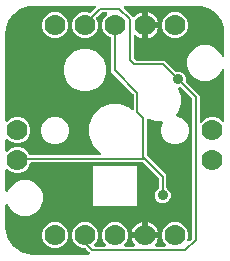
<source format=gbr>
G04 EAGLE Gerber RS-274X export*
G75*
%MOMM*%
%FSLAX34Y34*%
%LPD*%
%INBottom Copper*%
%IPPOS*%
%AMOC8*
5,1,8,0,0,1.08239X$1,22.5*%
G01*
%ADD10C,1.778000*%
%ADD11C,0.906400*%
%ADD12C,0.203200*%

G36*
X72771Y-10142D02*
X72771Y-10142D01*
X72910Y-10129D01*
X72929Y-10122D01*
X72949Y-10119D01*
X73079Y-10068D01*
X73209Y-10021D01*
X73226Y-10010D01*
X73245Y-10002D01*
X73357Y-9921D01*
X73472Y-9843D01*
X73486Y-9827D01*
X73502Y-9816D01*
X73591Y-9708D01*
X73683Y-9604D01*
X73692Y-9586D01*
X73705Y-9571D01*
X73764Y-9445D01*
X73827Y-9321D01*
X73832Y-9301D01*
X73840Y-9283D01*
X73866Y-9146D01*
X73897Y-9011D01*
X73896Y-8990D01*
X73900Y-8971D01*
X73892Y-8832D01*
X73887Y-8693D01*
X73882Y-8673D01*
X73880Y-8653D01*
X73838Y-8521D01*
X73799Y-8387D01*
X73789Y-8370D01*
X73782Y-8351D01*
X73708Y-8233D01*
X73637Y-8113D01*
X73619Y-8092D01*
X73612Y-8082D01*
X73597Y-8068D01*
X73531Y-7993D01*
X72780Y-7241D01*
X70483Y-4944D01*
X70405Y-4884D01*
X70333Y-4816D01*
X70280Y-4787D01*
X70232Y-4750D01*
X70141Y-4710D01*
X70054Y-4662D01*
X69995Y-4647D01*
X69940Y-4623D01*
X69842Y-4608D01*
X69746Y-4583D01*
X69646Y-4577D01*
X69626Y-4573D01*
X69613Y-4575D01*
X69585Y-4573D01*
X67677Y-4573D01*
X63663Y-2910D01*
X60590Y163D01*
X58927Y4177D01*
X58927Y8523D01*
X60590Y12537D01*
X63663Y15610D01*
X67677Y17273D01*
X72023Y17273D01*
X76037Y15610D01*
X79110Y12537D01*
X80773Y8523D01*
X80773Y4177D01*
X79110Y163D01*
X77813Y-1135D01*
X77727Y-1244D01*
X77639Y-1351D01*
X77630Y-1370D01*
X77618Y-1386D01*
X77562Y-1513D01*
X77503Y-1639D01*
X77499Y-1659D01*
X77491Y-1678D01*
X77469Y-1816D01*
X77443Y-1952D01*
X77445Y-1972D01*
X77441Y-1992D01*
X77454Y-2131D01*
X77463Y-2269D01*
X77469Y-2288D01*
X77471Y-2308D01*
X77518Y-2440D01*
X77561Y-2571D01*
X77572Y-2589D01*
X77579Y-2608D01*
X77657Y-2723D01*
X77731Y-2840D01*
X77746Y-2854D01*
X77757Y-2871D01*
X77862Y-2963D01*
X77963Y-3058D01*
X77981Y-3068D01*
X77996Y-3081D01*
X78120Y-3145D01*
X78241Y-3212D01*
X78261Y-3217D01*
X78279Y-3226D01*
X78415Y-3256D01*
X78549Y-3291D01*
X78577Y-3293D01*
X78589Y-3296D01*
X78610Y-3295D01*
X78710Y-3301D01*
X86390Y-3301D01*
X86528Y-3284D01*
X86666Y-3271D01*
X86685Y-3264D01*
X86706Y-3261D01*
X86835Y-3210D01*
X86966Y-3163D01*
X86982Y-3152D01*
X87001Y-3144D01*
X87113Y-3063D01*
X87229Y-2985D01*
X87242Y-2969D01*
X87259Y-2958D01*
X87347Y-2850D01*
X87439Y-2746D01*
X87448Y-2728D01*
X87461Y-2713D01*
X87521Y-2587D01*
X87584Y-2463D01*
X87588Y-2443D01*
X87597Y-2425D01*
X87623Y-2288D01*
X87653Y-2153D01*
X87653Y-2132D01*
X87657Y-2113D01*
X87648Y-1974D01*
X87644Y-1835D01*
X87638Y-1815D01*
X87637Y-1795D01*
X87594Y-1663D01*
X87555Y-1529D01*
X87545Y-1512D01*
X87539Y-1493D01*
X87464Y-1375D01*
X87394Y-1255D01*
X87375Y-1234D01*
X87369Y-1224D01*
X87354Y-1210D01*
X87287Y-1135D01*
X85990Y163D01*
X84327Y4177D01*
X84327Y8523D01*
X85990Y12537D01*
X89063Y15610D01*
X93077Y17273D01*
X97423Y17273D01*
X101437Y15610D01*
X104510Y12537D01*
X106173Y8523D01*
X106173Y4177D01*
X104510Y163D01*
X103213Y-1135D01*
X103127Y-1244D01*
X103039Y-1351D01*
X103030Y-1370D01*
X103018Y-1386D01*
X102962Y-1513D01*
X102903Y-1639D01*
X102899Y-1659D01*
X102891Y-1678D01*
X102869Y-1816D01*
X102843Y-1952D01*
X102845Y-1972D01*
X102841Y-1992D01*
X102854Y-2131D01*
X102863Y-2269D01*
X102869Y-2288D01*
X102871Y-2308D01*
X102918Y-2440D01*
X102961Y-2571D01*
X102972Y-2589D01*
X102979Y-2608D01*
X103057Y-2723D01*
X103131Y-2840D01*
X103146Y-2854D01*
X103157Y-2871D01*
X103262Y-2963D01*
X103363Y-3058D01*
X103381Y-3068D01*
X103396Y-3081D01*
X103520Y-3145D01*
X103641Y-3212D01*
X103661Y-3217D01*
X103679Y-3226D01*
X103815Y-3256D01*
X103949Y-3291D01*
X103977Y-3293D01*
X103989Y-3296D01*
X104010Y-3295D01*
X104110Y-3301D01*
X111072Y-3301D01*
X111210Y-3284D01*
X111348Y-3271D01*
X111367Y-3264D01*
X111387Y-3261D01*
X111517Y-3210D01*
X111647Y-3163D01*
X111664Y-3152D01*
X111683Y-3144D01*
X111795Y-3063D01*
X111910Y-2985D01*
X111924Y-2969D01*
X111940Y-2958D01*
X112029Y-2850D01*
X112121Y-2746D01*
X112130Y-2728D01*
X112143Y-2713D01*
X112202Y-2587D01*
X112265Y-2463D01*
X112270Y-2443D01*
X112278Y-2425D01*
X112305Y-2289D01*
X112335Y-2152D01*
X112334Y-2132D01*
X112338Y-2113D01*
X112330Y-1974D01*
X112325Y-1835D01*
X112320Y-1815D01*
X112318Y-1795D01*
X112276Y-1663D01*
X112237Y-1529D01*
X112227Y-1512D01*
X112220Y-1493D01*
X112146Y-1375D01*
X112075Y-1255D01*
X112057Y-1234D01*
X112050Y-1224D01*
X112035Y-1210D01*
X111969Y-1134D01*
X111931Y-1097D01*
X110873Y359D01*
X110057Y1962D01*
X109501Y3673D01*
X109473Y3851D01*
X119420Y3851D01*
X119538Y3866D01*
X119657Y3873D01*
X119695Y3885D01*
X119735Y3891D01*
X119846Y3934D01*
X119959Y3971D01*
X119993Y3993D01*
X120031Y4008D01*
X120127Y4077D01*
X120228Y4141D01*
X120256Y4171D01*
X120288Y4194D01*
X120364Y4286D01*
X120446Y4373D01*
X120465Y4408D01*
X120491Y4439D01*
X120542Y4547D01*
X120599Y4651D01*
X120609Y4691D01*
X120627Y4727D01*
X120647Y4834D01*
X120651Y4804D01*
X120695Y4694D01*
X120731Y4581D01*
X120753Y4546D01*
X120768Y4509D01*
X120838Y4412D01*
X120901Y4312D01*
X120931Y4284D01*
X120955Y4251D01*
X121046Y4175D01*
X121133Y4094D01*
X121168Y4074D01*
X121200Y4049D01*
X121307Y3998D01*
X121412Y3940D01*
X121451Y3930D01*
X121487Y3913D01*
X121604Y3891D01*
X121720Y3861D01*
X121780Y3857D01*
X121800Y3853D01*
X121820Y3855D01*
X121880Y3851D01*
X131827Y3851D01*
X131799Y3673D01*
X131243Y1962D01*
X130427Y359D01*
X129369Y-1097D01*
X129331Y-1134D01*
X129246Y-1244D01*
X129157Y-1351D01*
X129148Y-1370D01*
X129136Y-1386D01*
X129081Y-1514D01*
X129022Y-1639D01*
X129018Y-1659D01*
X129010Y-1677D01*
X128988Y-1815D01*
X128962Y-1952D01*
X128963Y-1972D01*
X128960Y-1992D01*
X128973Y-2130D01*
X128982Y-2269D01*
X128988Y-2288D01*
X128990Y-2308D01*
X129037Y-2440D01*
X129080Y-2571D01*
X129090Y-2588D01*
X129097Y-2607D01*
X129175Y-2723D01*
X129250Y-2840D01*
X129264Y-2854D01*
X129276Y-2871D01*
X129380Y-2962D01*
X129481Y-3058D01*
X129499Y-3068D01*
X129514Y-3081D01*
X129638Y-3144D01*
X129760Y-3212D01*
X129779Y-3217D01*
X129797Y-3226D01*
X129933Y-3256D01*
X130068Y-3291D01*
X130096Y-3293D01*
X130108Y-3296D01*
X130128Y-3295D01*
X130228Y-3301D01*
X137190Y-3301D01*
X137328Y-3284D01*
X137466Y-3271D01*
X137485Y-3264D01*
X137506Y-3261D01*
X137635Y-3210D01*
X137766Y-3163D01*
X137782Y-3152D01*
X137801Y-3144D01*
X137913Y-3063D01*
X138029Y-2985D01*
X138042Y-2969D01*
X138059Y-2958D01*
X138147Y-2850D01*
X138239Y-2746D01*
X138248Y-2728D01*
X138261Y-2713D01*
X138321Y-2587D01*
X138384Y-2463D01*
X138388Y-2443D01*
X138397Y-2425D01*
X138423Y-2288D01*
X138453Y-2153D01*
X138453Y-2132D01*
X138457Y-2113D01*
X138448Y-1974D01*
X138444Y-1835D01*
X138438Y-1815D01*
X138437Y-1795D01*
X138394Y-1663D01*
X138355Y-1529D01*
X138345Y-1512D01*
X138339Y-1493D01*
X138264Y-1375D01*
X138194Y-1255D01*
X138175Y-1234D01*
X138169Y-1224D01*
X138154Y-1210D01*
X138087Y-1135D01*
X136790Y163D01*
X135127Y4177D01*
X135127Y8523D01*
X136790Y12537D01*
X139863Y15610D01*
X143877Y17273D01*
X148223Y17273D01*
X152237Y15610D01*
X155310Y12537D01*
X156973Y8523D01*
X156973Y4177D01*
X156457Y2932D01*
X156438Y2864D01*
X156411Y2800D01*
X156396Y2711D01*
X156373Y2625D01*
X156372Y2555D01*
X156361Y2486D01*
X156369Y2397D01*
X156368Y2307D01*
X156384Y2239D01*
X156391Y2170D01*
X156421Y2085D01*
X156442Y1998D01*
X156475Y1936D01*
X156498Y1870D01*
X156549Y1796D01*
X156591Y1717D01*
X156638Y1665D01*
X156677Y1607D01*
X156744Y1548D01*
X156805Y1481D01*
X156863Y1443D01*
X156915Y1397D01*
X156995Y1356D01*
X157070Y1306D01*
X157136Y1284D01*
X157198Y1252D01*
X157286Y1232D01*
X157371Y1203D01*
X157441Y1198D01*
X157509Y1182D01*
X157598Y1185D01*
X157688Y1178D01*
X157757Y1190D01*
X157827Y1192D01*
X157913Y1217D01*
X158001Y1232D01*
X158065Y1261D01*
X158132Y1280D01*
X158209Y1326D01*
X158291Y1363D01*
X158346Y1407D01*
X158406Y1442D01*
X158527Y1548D01*
X160410Y3431D01*
X160470Y3509D01*
X160538Y3581D01*
X160567Y3634D01*
X160604Y3682D01*
X160644Y3773D01*
X160692Y3860D01*
X160707Y3919D01*
X160731Y3974D01*
X160746Y4072D01*
X160771Y4168D01*
X160777Y4268D01*
X160781Y4288D01*
X160779Y4301D01*
X160781Y4329D01*
X160781Y121401D01*
X160769Y121500D01*
X160766Y121599D01*
X160749Y121657D01*
X160741Y121717D01*
X160705Y121809D01*
X160677Y121904D01*
X160647Y121956D01*
X160624Y122013D01*
X160566Y122093D01*
X160516Y122178D01*
X160450Y122253D01*
X160438Y122270D01*
X160428Y122278D01*
X160410Y122299D01*
X151165Y131543D01*
X151142Y131561D01*
X151123Y131584D01*
X151017Y131658D01*
X150914Y131738D01*
X150887Y131750D01*
X150863Y131767D01*
X150742Y131813D01*
X150622Y131864D01*
X150593Y131869D01*
X150566Y131879D01*
X150437Y131894D01*
X150308Y131914D01*
X150279Y131911D01*
X150249Y131915D01*
X150121Y131897D01*
X149992Y131884D01*
X149964Y131874D01*
X149935Y131870D01*
X149912Y131863D01*
X149884Y131859D01*
X149835Y131861D01*
X149727Y131839D01*
X149618Y131825D01*
X149572Y131807D01*
X149523Y131797D01*
X149424Y131749D01*
X149322Y131708D01*
X149282Y131679D01*
X149238Y131657D01*
X149154Y131586D01*
X149065Y131522D01*
X149033Y131483D01*
X148996Y131451D01*
X148932Y131361D01*
X148862Y131277D01*
X148841Y131232D01*
X148813Y131191D01*
X148773Y131088D01*
X148727Y130989D01*
X148717Y130940D01*
X148700Y130894D01*
X148688Y130784D01*
X148667Y130677D01*
X148670Y130627D01*
X148665Y130578D01*
X148680Y130469D01*
X148687Y130359D01*
X148702Y130312D01*
X148709Y130263D01*
X148761Y130110D01*
X151208Y124202D01*
X151208Y117098D01*
X148490Y110534D01*
X146980Y109025D01*
X146895Y108915D01*
X146806Y108808D01*
X146798Y108790D01*
X146785Y108774D01*
X146730Y108646D01*
X146671Y108520D01*
X146667Y108501D01*
X146659Y108482D01*
X146637Y108344D01*
X146611Y108208D01*
X146612Y108188D01*
X146609Y108168D01*
X146622Y108029D01*
X146631Y107891D01*
X146637Y107871D01*
X146639Y107851D01*
X146686Y107720D01*
X146729Y107588D01*
X146740Y107571D01*
X146747Y107552D01*
X146825Y107437D01*
X146899Y107319D01*
X146914Y107305D01*
X146925Y107289D01*
X147029Y107197D01*
X147131Y107101D01*
X147148Y107092D01*
X147164Y107078D01*
X147288Y107015D01*
X147409Y106948D01*
X147429Y106943D01*
X147447Y106934D01*
X147583Y106903D01*
X147717Y106868D01*
X147745Y106867D01*
X147757Y106864D01*
X147778Y106865D01*
X147878Y106858D01*
X148359Y106858D01*
X152626Y105091D01*
X155891Y101826D01*
X157658Y97559D01*
X157658Y92941D01*
X155891Y88674D01*
X152626Y85409D01*
X148359Y83642D01*
X143741Y83642D01*
X139474Y85409D01*
X136209Y88674D01*
X134442Y92941D01*
X134442Y97559D01*
X135882Y101037D01*
X135895Y101085D01*
X135917Y101130D01*
X135937Y101237D01*
X135966Y101344D01*
X135967Y101393D01*
X135976Y101442D01*
X135970Y101552D01*
X135971Y101662D01*
X135960Y101710D01*
X135957Y101759D01*
X135923Y101864D01*
X135897Y101971D01*
X135874Y102015D01*
X135859Y102062D01*
X135800Y102155D01*
X135748Y102252D01*
X135715Y102289D01*
X135688Y102331D01*
X135608Y102406D01*
X135534Y102487D01*
X135493Y102515D01*
X135457Y102549D01*
X135361Y102602D01*
X135269Y102662D01*
X135222Y102678D01*
X135178Y102702D01*
X135072Y102730D01*
X134968Y102765D01*
X134918Y102769D01*
X134870Y102782D01*
X134710Y102792D01*
X129798Y102792D01*
X124184Y105117D01*
X124136Y105130D01*
X124091Y105151D01*
X123983Y105172D01*
X123877Y105201D01*
X123827Y105202D01*
X123778Y105211D01*
X123669Y105204D01*
X123559Y105206D01*
X123511Y105195D01*
X123461Y105192D01*
X123357Y105158D01*
X123250Y105132D01*
X123206Y105109D01*
X123159Y105093D01*
X123066Y105035D01*
X122969Y104983D01*
X122932Y104950D01*
X122890Y104923D01*
X122815Y104843D01*
X122733Y104769D01*
X122706Y104728D01*
X122672Y104692D01*
X122619Y104596D01*
X122559Y104504D01*
X122542Y104457D01*
X122518Y104413D01*
X122491Y104307D01*
X122455Y104203D01*
X122451Y104153D01*
X122439Y104105D01*
X122429Y103945D01*
X122429Y74179D01*
X122441Y74080D01*
X122444Y73981D01*
X122461Y73923D01*
X122469Y73863D01*
X122505Y73771D01*
X122533Y73676D01*
X122563Y73624D01*
X122586Y73567D01*
X122644Y73487D01*
X122694Y73402D01*
X122760Y73327D01*
X122772Y73310D01*
X122782Y73302D01*
X122800Y73281D01*
X138805Y57277D01*
X138805Y46738D01*
X138808Y46709D01*
X138806Y46679D01*
X138828Y46552D01*
X138845Y46423D01*
X138855Y46395D01*
X138861Y46366D01*
X138914Y46248D01*
X138962Y46127D01*
X138979Y46103D01*
X138991Y46076D01*
X139072Y45975D01*
X139148Y45870D01*
X139171Y45851D01*
X139190Y45828D01*
X139293Y45750D01*
X139393Y45667D01*
X139420Y45654D01*
X139444Y45636D01*
X139458Y45630D01*
X141321Y43766D01*
X142321Y41353D01*
X142321Y38742D01*
X141321Y36329D01*
X139475Y34482D01*
X137062Y33483D01*
X134450Y33483D01*
X132037Y34482D01*
X130191Y36329D01*
X129191Y38742D01*
X129191Y41353D01*
X130191Y43766D01*
X132077Y45652D01*
X132087Y45659D01*
X132200Y45723D01*
X132221Y45744D01*
X132246Y45759D01*
X132335Y45854D01*
X132428Y45944D01*
X132444Y45970D01*
X132464Y45991D01*
X132527Y46105D01*
X132595Y46215D01*
X132603Y46244D01*
X132618Y46270D01*
X132650Y46395D01*
X132688Y46519D01*
X132690Y46549D01*
X132697Y46578D01*
X132707Y46738D01*
X132707Y54225D01*
X132695Y54324D01*
X132692Y54423D01*
X132675Y54481D01*
X132667Y54541D01*
X132631Y54633D01*
X132603Y54728D01*
X132573Y54780D01*
X132550Y54837D01*
X132492Y54917D01*
X132442Y55002D01*
X132376Y55077D01*
X132364Y55094D01*
X132354Y55102D01*
X132336Y55123D01*
X119759Y67700D01*
X119681Y67760D01*
X119609Y67828D01*
X119556Y67857D01*
X119508Y67894D01*
X119417Y67934D01*
X119330Y67982D01*
X119271Y67997D01*
X119216Y68021D01*
X119118Y68036D01*
X119022Y68061D01*
X118922Y68067D01*
X118902Y68071D01*
X118889Y68069D01*
X118861Y68071D01*
X24634Y68071D01*
X24605Y68068D01*
X24575Y68070D01*
X24447Y68048D01*
X24318Y68031D01*
X24291Y68021D01*
X24262Y68016D01*
X24143Y67962D01*
X24023Y67914D01*
X23999Y67897D01*
X23972Y67885D01*
X23871Y67804D01*
X23765Y67728D01*
X23747Y67705D01*
X23724Y67686D01*
X23645Y67583D01*
X23563Y67483D01*
X23550Y67456D01*
X23532Y67432D01*
X23461Y67288D01*
X21960Y63663D01*
X18887Y60590D01*
X14873Y58927D01*
X10527Y58927D01*
X6513Y60590D01*
X4707Y62395D01*
X4598Y62481D01*
X4491Y62569D01*
X4472Y62578D01*
X4456Y62590D01*
X4328Y62646D01*
X4203Y62705D01*
X4183Y62709D01*
X4164Y62717D01*
X4026Y62739D01*
X3890Y62765D01*
X3870Y62763D01*
X3850Y62767D01*
X3711Y62754D01*
X3573Y62745D01*
X3554Y62739D01*
X3534Y62737D01*
X3402Y62690D01*
X3271Y62647D01*
X3253Y62636D01*
X3234Y62629D01*
X3119Y62551D01*
X3002Y62477D01*
X2988Y62462D01*
X2971Y62451D01*
X2879Y62346D01*
X2784Y62245D01*
X2774Y62227D01*
X2761Y62212D01*
X2697Y62088D01*
X2630Y61967D01*
X2625Y61947D01*
X2616Y61929D01*
X2586Y61793D01*
X2551Y61659D01*
X2549Y61631D01*
X2546Y61619D01*
X2547Y61598D01*
X2541Y61498D01*
X2541Y44450D01*
X2549Y44381D01*
X2548Y44311D01*
X2569Y44224D01*
X2581Y44134D01*
X2606Y44069D01*
X2623Y44002D01*
X2665Y43922D01*
X2698Y43839D01*
X2739Y43782D01*
X2771Y43721D01*
X2832Y43654D01*
X2884Y43581D01*
X2938Y43537D01*
X2985Y43485D01*
X3060Y43436D01*
X3129Y43379D01*
X3193Y43349D01*
X3251Y43310D01*
X3336Y43281D01*
X3417Y43243D01*
X3486Y43230D01*
X3552Y43207D01*
X3641Y43200D01*
X3729Y43183D01*
X3799Y43188D01*
X3869Y43182D01*
X3957Y43197D01*
X4047Y43203D01*
X4113Y43224D01*
X4182Y43236D01*
X4264Y43273D01*
X4349Y43301D01*
X4408Y43338D01*
X4472Y43367D01*
X4542Y43423D01*
X4618Y43471D01*
X4666Y43522D01*
X4720Y43566D01*
X4775Y43637D01*
X4836Y43703D01*
X4870Y43764D01*
X4912Y43820D01*
X4983Y43964D01*
X6130Y46733D01*
X10417Y51020D01*
X16018Y53341D01*
X22082Y53341D01*
X27683Y51020D01*
X31970Y46733D01*
X34291Y41132D01*
X34291Y35068D01*
X31970Y29467D01*
X27683Y25180D01*
X22082Y22859D01*
X16018Y22859D01*
X10417Y25180D01*
X6130Y29467D01*
X4983Y32236D01*
X4973Y32253D01*
X4969Y32265D01*
X4946Y32301D01*
X4922Y32361D01*
X4870Y32434D01*
X4825Y32512D01*
X4777Y32562D01*
X4736Y32619D01*
X4666Y32676D01*
X4604Y32740D01*
X4544Y32777D01*
X4491Y32821D01*
X4409Y32860D01*
X4333Y32907D01*
X4266Y32927D01*
X4203Y32957D01*
X4115Y32974D01*
X4029Y33000D01*
X3959Y33004D01*
X3890Y33017D01*
X3801Y33011D01*
X3711Y33015D01*
X3643Y33001D01*
X3573Y32997D01*
X3488Y32969D01*
X3400Y32951D01*
X3337Y32920D01*
X3271Y32899D01*
X3195Y32851D01*
X3114Y32811D01*
X3061Y32766D01*
X3002Y32729D01*
X2940Y32663D01*
X2872Y32605D01*
X2832Y32548D01*
X2784Y32497D01*
X2741Y32419D01*
X2689Y32345D01*
X2664Y32280D01*
X2630Y32219D01*
X2608Y32132D01*
X2576Y32048D01*
X2568Y31978D01*
X2551Y31911D01*
X2545Y31815D01*
X2543Y31807D01*
X2544Y31798D01*
X2541Y31750D01*
X2541Y12700D01*
X2543Y12678D01*
X2545Y12600D01*
X2810Y9223D01*
X2824Y9155D01*
X2829Y9086D01*
X2869Y8930D01*
X4956Y2506D01*
X5006Y2399D01*
X5050Y2288D01*
X5083Y2237D01*
X5091Y2218D01*
X5104Y2203D01*
X5136Y2152D01*
X9107Y-3312D01*
X9127Y-3334D01*
X9138Y-3352D01*
X9184Y-3395D01*
X9188Y-3399D01*
X9264Y-3491D01*
X9310Y-3529D01*
X9324Y-3544D01*
X9342Y-3555D01*
X9388Y-3593D01*
X14596Y-7378D01*
X14852Y-7564D01*
X14956Y-7621D01*
X15056Y-7685D01*
X15113Y-7707D01*
X15131Y-7717D01*
X15151Y-7722D01*
X15206Y-7744D01*
X21630Y-9831D01*
X21698Y-9844D01*
X21764Y-9867D01*
X21923Y-9890D01*
X25300Y-10155D01*
X25322Y-10154D01*
X25400Y-10159D01*
X72633Y-10159D01*
X72771Y-10142D01*
G37*
G36*
X82238Y74177D02*
X82238Y74177D01*
X82308Y74176D01*
X82395Y74197D01*
X82484Y74209D01*
X82549Y74234D01*
X82617Y74251D01*
X82697Y74293D01*
X82780Y74326D01*
X82836Y74367D01*
X82898Y74399D01*
X82964Y74460D01*
X83037Y74512D01*
X83082Y74566D01*
X83133Y74613D01*
X83183Y74688D01*
X83240Y74757D01*
X83270Y74821D01*
X83308Y74879D01*
X83337Y74964D01*
X83375Y75045D01*
X83389Y75114D01*
X83411Y75180D01*
X83418Y75270D01*
X83435Y75357D01*
X83431Y75427D01*
X83436Y75497D01*
X83421Y75585D01*
X83415Y75675D01*
X83394Y75741D01*
X83382Y75810D01*
X83345Y75892D01*
X83317Y75977D01*
X83280Y76036D01*
X83251Y76100D01*
X83195Y76170D01*
X83147Y76246D01*
X83096Y76294D01*
X83053Y76349D01*
X82981Y76402D01*
X82916Y76464D01*
X82854Y76498D01*
X82799Y76540D01*
X82781Y76548D01*
X76565Y82765D01*
X73209Y90866D01*
X73209Y99634D01*
X76565Y107735D01*
X82765Y113935D01*
X90866Y117291D01*
X99634Y117291D01*
X107735Y113935D01*
X109085Y112586D01*
X109194Y112501D01*
X109301Y112412D01*
X109320Y112403D01*
X109336Y112391D01*
X109463Y112336D01*
X109589Y112276D01*
X109609Y112273D01*
X109628Y112264D01*
X109766Y112243D01*
X109902Y112217D01*
X109922Y112218D01*
X109942Y112215D01*
X110081Y112228D01*
X110219Y112236D01*
X110238Y112243D01*
X110258Y112244D01*
X110390Y112292D01*
X110521Y112334D01*
X110539Y112345D01*
X110558Y112352D01*
X110673Y112430D01*
X110790Y112505D01*
X110804Y112519D01*
X110821Y112531D01*
X110913Y112635D01*
X111008Y112736D01*
X111018Y112754D01*
X111031Y112769D01*
X111095Y112893D01*
X111162Y113015D01*
X111167Y113034D01*
X111176Y113052D01*
X111206Y113188D01*
X111241Y113323D01*
X111243Y113351D01*
X111246Y113363D01*
X111245Y113383D01*
X111251Y113483D01*
X111251Y125211D01*
X111239Y125310D01*
X111236Y125409D01*
X111219Y125467D01*
X111211Y125527D01*
X111175Y125619D01*
X111147Y125714D01*
X111117Y125766D01*
X111094Y125823D01*
X111036Y125903D01*
X110986Y125988D01*
X110920Y126063D01*
X110908Y126080D01*
X110898Y126088D01*
X110880Y126109D01*
X92201Y144787D01*
X92201Y172742D01*
X92198Y172771D01*
X92200Y172801D01*
X92178Y172929D01*
X92161Y173058D01*
X92151Y173085D01*
X92146Y173114D01*
X92092Y173233D01*
X92044Y173353D01*
X92027Y173377D01*
X92015Y173404D01*
X91934Y173506D01*
X91858Y173611D01*
X91835Y173629D01*
X91816Y173653D01*
X91713Y173731D01*
X91613Y173813D01*
X91586Y173826D01*
X91562Y173844D01*
X91418Y173915D01*
X89063Y174890D01*
X85990Y177963D01*
X84327Y181977D01*
X84327Y186323D01*
X85990Y190337D01*
X88557Y192905D01*
X88643Y193014D01*
X88731Y193121D01*
X88740Y193140D01*
X88752Y193156D01*
X88808Y193284D01*
X88867Y193409D01*
X88871Y193429D01*
X88879Y193448D01*
X88901Y193586D01*
X88927Y193722D01*
X88925Y193742D01*
X88929Y193762D01*
X88916Y193901D01*
X88907Y194039D01*
X88901Y194058D01*
X88899Y194078D01*
X88852Y194210D01*
X88809Y194341D01*
X88798Y194359D01*
X88791Y194378D01*
X88713Y194493D01*
X88639Y194610D01*
X88624Y194624D01*
X88613Y194641D01*
X88508Y194733D01*
X88407Y194828D01*
X88389Y194838D01*
X88374Y194851D01*
X88250Y194915D01*
X88129Y194982D01*
X88109Y194987D01*
X88091Y194996D01*
X87955Y195026D01*
X87821Y195061D01*
X87793Y195063D01*
X87781Y195066D01*
X87760Y195065D01*
X87660Y195071D01*
X84339Y195071D01*
X84240Y195059D01*
X84141Y195056D01*
X84083Y195039D01*
X84023Y195031D01*
X83931Y194995D01*
X83836Y194967D01*
X83784Y194937D01*
X83727Y194914D01*
X83647Y194856D01*
X83562Y194806D01*
X83487Y194740D01*
X83470Y194728D01*
X83462Y194718D01*
X83441Y194700D01*
X79700Y190959D01*
X79682Y190936D01*
X79660Y190916D01*
X79585Y190810D01*
X79505Y190708D01*
X79494Y190681D01*
X79477Y190656D01*
X79431Y190535D01*
X79379Y190416D01*
X79375Y190387D01*
X79364Y190359D01*
X79350Y190230D01*
X79329Y190102D01*
X79332Y190072D01*
X79329Y190043D01*
X79347Y189914D01*
X79359Y189785D01*
X79369Y189757D01*
X79373Y189728D01*
X79425Y189576D01*
X80773Y186323D01*
X80773Y181977D01*
X79110Y177963D01*
X76037Y174890D01*
X72023Y173227D01*
X67677Y173227D01*
X63663Y174890D01*
X60590Y177963D01*
X58927Y181977D01*
X58927Y186323D01*
X60590Y190337D01*
X63663Y193410D01*
X67677Y195073D01*
X72023Y195073D01*
X73480Y194469D01*
X73508Y194461D01*
X73534Y194448D01*
X73661Y194420D01*
X73786Y194385D01*
X73816Y194385D01*
X73845Y194378D01*
X73974Y194382D01*
X74104Y194380D01*
X74133Y194387D01*
X74163Y194388D01*
X74287Y194424D01*
X74414Y194454D01*
X74440Y194468D01*
X74468Y194476D01*
X74580Y194542D01*
X74695Y194603D01*
X74717Y194623D01*
X74742Y194638D01*
X74863Y194744D01*
X78611Y198493D01*
X78696Y198602D01*
X78785Y198709D01*
X78793Y198728D01*
X78806Y198744D01*
X78861Y198872D01*
X78920Y198997D01*
X78924Y199017D01*
X78932Y199036D01*
X78954Y199174D01*
X78980Y199310D01*
X78979Y199330D01*
X78982Y199350D01*
X78969Y199489D01*
X78960Y199627D01*
X78954Y199646D01*
X78952Y199666D01*
X78905Y199798D01*
X78862Y199929D01*
X78852Y199947D01*
X78845Y199966D01*
X78767Y200081D01*
X78692Y200198D01*
X78677Y200212D01*
X78666Y200229D01*
X78562Y200321D01*
X78461Y200416D01*
X78443Y200426D01*
X78428Y200439D01*
X78304Y200502D01*
X78182Y200570D01*
X78163Y200575D01*
X78144Y200584D01*
X78009Y200614D01*
X77874Y200649D01*
X77846Y200651D01*
X77834Y200654D01*
X77814Y200653D01*
X77713Y200659D01*
X25400Y200659D01*
X25378Y200657D01*
X25300Y200655D01*
X21923Y200390D01*
X21855Y200376D01*
X21786Y200371D01*
X21630Y200331D01*
X15206Y198244D01*
X15099Y198194D01*
X14988Y198150D01*
X14937Y198117D01*
X14918Y198109D01*
X14903Y198096D01*
X14852Y198064D01*
X9388Y194093D01*
X9301Y194012D01*
X9209Y193936D01*
X9171Y193890D01*
X9156Y193876D01*
X9145Y193858D01*
X9107Y193812D01*
X5136Y188348D01*
X5079Y188244D01*
X5015Y188144D01*
X4993Y188087D01*
X4983Y188069D01*
X4978Y188049D01*
X4956Y187994D01*
X2869Y181570D01*
X2856Y181502D01*
X2833Y181436D01*
X2810Y181277D01*
X2545Y177900D01*
X2546Y177878D01*
X2541Y177800D01*
X2541Y103602D01*
X2558Y103465D01*
X2571Y103326D01*
X2578Y103306D01*
X2581Y103286D01*
X2632Y103158D01*
X2679Y103026D01*
X2690Y103010D01*
X2698Y102991D01*
X2779Y102878D01*
X2857Y102763D01*
X2873Y102750D01*
X2884Y102733D01*
X2992Y102645D01*
X3096Y102553D01*
X3114Y102544D01*
X3129Y102531D01*
X3255Y102471D01*
X3379Y102408D01*
X3399Y102404D01*
X3417Y102395D01*
X3554Y102369D01*
X3689Y102339D01*
X3710Y102339D01*
X3729Y102335D01*
X3868Y102344D01*
X4007Y102348D01*
X4027Y102354D01*
X4047Y102355D01*
X4179Y102398D01*
X4313Y102437D01*
X4330Y102447D01*
X4349Y102453D01*
X4467Y102528D01*
X4587Y102598D01*
X4608Y102617D01*
X4618Y102623D01*
X4632Y102638D01*
X4707Y102705D01*
X6513Y104510D01*
X10527Y106173D01*
X14873Y106173D01*
X18887Y104510D01*
X21960Y101437D01*
X23623Y97423D01*
X23623Y93077D01*
X21960Y89063D01*
X18887Y85990D01*
X14873Y84327D01*
X10527Y84327D01*
X6513Y85990D01*
X4707Y87795D01*
X4598Y87881D01*
X4491Y87969D01*
X4472Y87978D01*
X4456Y87990D01*
X4328Y88046D01*
X4203Y88105D01*
X4183Y88109D01*
X4164Y88117D01*
X4026Y88139D01*
X3890Y88165D01*
X3870Y88163D01*
X3850Y88167D01*
X3711Y88154D01*
X3573Y88145D01*
X3554Y88139D01*
X3534Y88137D01*
X3402Y88090D01*
X3271Y88047D01*
X3253Y88036D01*
X3234Y88029D01*
X3119Y87951D01*
X3002Y87877D01*
X2988Y87862D01*
X2971Y87851D01*
X2879Y87746D01*
X2784Y87645D01*
X2774Y87627D01*
X2761Y87612D01*
X2697Y87488D01*
X2630Y87367D01*
X2625Y87347D01*
X2616Y87329D01*
X2586Y87193D01*
X2551Y87059D01*
X2549Y87031D01*
X2546Y87019D01*
X2547Y86998D01*
X2541Y86898D01*
X2541Y78202D01*
X2558Y78065D01*
X2571Y77926D01*
X2578Y77907D01*
X2581Y77886D01*
X2632Y77758D01*
X2679Y77626D01*
X2690Y77610D01*
X2698Y77591D01*
X2779Y77478D01*
X2857Y77363D01*
X2873Y77350D01*
X2884Y77333D01*
X2992Y77245D01*
X3096Y77153D01*
X3114Y77144D01*
X3129Y77131D01*
X3255Y77071D01*
X3379Y77008D01*
X3399Y77004D01*
X3417Y76995D01*
X3554Y76969D01*
X3689Y76939D01*
X3710Y76939D01*
X3729Y76935D01*
X3868Y76944D01*
X4007Y76948D01*
X4027Y76954D01*
X4047Y76955D01*
X4179Y76998D01*
X4313Y77037D01*
X4330Y77047D01*
X4349Y77053D01*
X4467Y77128D01*
X4587Y77198D01*
X4608Y77217D01*
X4618Y77223D01*
X4632Y77238D01*
X4707Y77305D01*
X6513Y79110D01*
X10527Y80773D01*
X14873Y80773D01*
X18887Y79110D01*
X21960Y76037D01*
X22409Y74952D01*
X22424Y74927D01*
X22433Y74899D01*
X22503Y74789D01*
X22567Y74676D01*
X22587Y74655D01*
X22603Y74630D01*
X22698Y74541D01*
X22788Y74448D01*
X22813Y74432D01*
X22835Y74412D01*
X22949Y74349D01*
X23059Y74281D01*
X23087Y74273D01*
X23113Y74258D01*
X23239Y74226D01*
X23363Y74188D01*
X23393Y74186D01*
X23421Y74179D01*
X23582Y74169D01*
X82169Y74169D01*
X82238Y74177D01*
G37*
G36*
X168206Y101582D02*
X168206Y101582D01*
X168345Y101586D01*
X168365Y101592D01*
X168385Y101593D01*
X168517Y101636D01*
X168651Y101675D01*
X168668Y101685D01*
X168687Y101691D01*
X168805Y101766D01*
X168925Y101836D01*
X168946Y101855D01*
X168956Y101861D01*
X168970Y101876D01*
X169045Y101943D01*
X171613Y104510D01*
X175627Y106173D01*
X179973Y106173D01*
X183987Y104510D01*
X185793Y102705D01*
X185902Y102619D01*
X186009Y102531D01*
X186028Y102522D01*
X186044Y102510D01*
X186172Y102454D01*
X186297Y102395D01*
X186317Y102391D01*
X186336Y102383D01*
X186474Y102361D01*
X186610Y102335D01*
X186630Y102337D01*
X186650Y102333D01*
X186789Y102346D01*
X186927Y102355D01*
X186946Y102361D01*
X186966Y102363D01*
X187098Y102410D01*
X187229Y102453D01*
X187247Y102464D01*
X187266Y102471D01*
X187381Y102549D01*
X187498Y102623D01*
X187512Y102638D01*
X187529Y102649D01*
X187621Y102754D01*
X187716Y102855D01*
X187726Y102873D01*
X187739Y102888D01*
X187803Y103012D01*
X187870Y103133D01*
X187875Y103153D01*
X187884Y103171D01*
X187914Y103307D01*
X187949Y103441D01*
X187951Y103469D01*
X187954Y103481D01*
X187953Y103502D01*
X187959Y103602D01*
X187959Y146050D01*
X187951Y146119D01*
X187952Y146189D01*
X187931Y146276D01*
X187919Y146366D01*
X187894Y146431D01*
X187877Y146498D01*
X187835Y146578D01*
X187802Y146661D01*
X187761Y146718D01*
X187729Y146779D01*
X187668Y146846D01*
X187616Y146919D01*
X187562Y146963D01*
X187515Y147015D01*
X187440Y147064D01*
X187371Y147121D01*
X187307Y147151D01*
X187249Y147190D01*
X187164Y147219D01*
X187083Y147257D01*
X187014Y147270D01*
X186948Y147293D01*
X186859Y147300D01*
X186771Y147317D01*
X186701Y147312D01*
X186631Y147318D01*
X186543Y147303D01*
X186453Y147297D01*
X186387Y147276D01*
X186318Y147264D01*
X186236Y147227D01*
X186151Y147199D01*
X186092Y147162D01*
X186028Y147133D01*
X185958Y147077D01*
X185882Y147029D01*
X185834Y146978D01*
X185780Y146934D01*
X185725Y146863D01*
X185664Y146797D01*
X185630Y146736D01*
X185588Y146680D01*
X185517Y146536D01*
X184370Y143767D01*
X180083Y139480D01*
X174482Y137159D01*
X168418Y137159D01*
X162817Y139480D01*
X158530Y143767D01*
X156209Y149368D01*
X156209Y155432D01*
X158530Y161033D01*
X162817Y165320D01*
X168418Y167641D01*
X174482Y167641D01*
X180083Y165320D01*
X184370Y161033D01*
X185517Y158264D01*
X185552Y158204D01*
X185578Y158139D01*
X185630Y158066D01*
X185675Y157988D01*
X185723Y157938D01*
X185764Y157881D01*
X185834Y157824D01*
X185896Y157760D01*
X185956Y157723D01*
X186009Y157679D01*
X186091Y157640D01*
X186167Y157593D01*
X186234Y157573D01*
X186297Y157543D01*
X186385Y157526D01*
X186471Y157500D01*
X186541Y157496D01*
X186610Y157483D01*
X186699Y157489D01*
X186789Y157485D01*
X186857Y157499D01*
X186927Y157503D01*
X187012Y157531D01*
X187100Y157549D01*
X187163Y157580D01*
X187229Y157601D01*
X187305Y157649D01*
X187386Y157689D01*
X187439Y157734D01*
X187498Y157771D01*
X187560Y157837D01*
X187628Y157895D01*
X187668Y157952D01*
X187716Y158003D01*
X187759Y158081D01*
X187811Y158155D01*
X187836Y158220D01*
X187870Y158281D01*
X187892Y158368D01*
X187924Y158452D01*
X187932Y158522D01*
X187949Y158589D01*
X187959Y158750D01*
X187959Y177800D01*
X187957Y177822D01*
X187955Y177900D01*
X187690Y181277D01*
X187676Y181345D01*
X187671Y181414D01*
X187631Y181570D01*
X185544Y187994D01*
X185494Y188101D01*
X185450Y188212D01*
X185417Y188263D01*
X185409Y188282D01*
X185396Y188297D01*
X185364Y188348D01*
X181393Y193812D01*
X181312Y193899D01*
X181236Y193991D01*
X181190Y194029D01*
X181176Y194044D01*
X181158Y194055D01*
X181112Y194093D01*
X179567Y195216D01*
X175648Y198064D01*
X175544Y198121D01*
X175444Y198185D01*
X175387Y198207D01*
X175369Y198217D01*
X175349Y198222D01*
X175294Y198244D01*
X168870Y200331D01*
X168802Y200344D01*
X168736Y200367D01*
X168577Y200390D01*
X165200Y200655D01*
X165178Y200654D01*
X165100Y200659D01*
X103897Y200659D01*
X103759Y200642D01*
X103620Y200629D01*
X103601Y200622D01*
X103581Y200619D01*
X103452Y200568D01*
X103321Y200521D01*
X103304Y200510D01*
X103285Y200502D01*
X103173Y200421D01*
X103058Y200343D01*
X103044Y200327D01*
X103028Y200316D01*
X102939Y200208D01*
X102847Y200104D01*
X102838Y200086D01*
X102825Y200071D01*
X102766Y199945D01*
X102703Y199821D01*
X102698Y199801D01*
X102690Y199783D01*
X102664Y199647D01*
X102633Y199511D01*
X102634Y199490D01*
X102630Y199471D01*
X102638Y199332D01*
X102643Y199193D01*
X102648Y199173D01*
X102650Y199153D01*
X102692Y199021D01*
X102731Y198887D01*
X102741Y198870D01*
X102748Y198851D01*
X102822Y198733D01*
X102893Y198613D01*
X102911Y198592D01*
X102918Y198582D01*
X102933Y198568D01*
X102999Y198493D01*
X108841Y192650D01*
X110023Y191468D01*
X110071Y191431D01*
X110112Y191388D01*
X110196Y191334D01*
X110275Y191273D01*
X110330Y191249D01*
X110380Y191217D01*
X110475Y191186D01*
X110567Y191147D01*
X110626Y191137D01*
X110683Y191119D01*
X110782Y191113D01*
X110881Y191097D01*
X110940Y191103D01*
X111000Y191099D01*
X111098Y191117D01*
X111197Y191127D01*
X111254Y191147D01*
X111312Y191158D01*
X111403Y191201D01*
X111497Y191234D01*
X111546Y191268D01*
X111600Y191293D01*
X111677Y191357D01*
X111760Y191413D01*
X111799Y191458D01*
X111845Y191496D01*
X111918Y191583D01*
X113203Y192869D01*
X114659Y193927D01*
X116262Y194743D01*
X117973Y195299D01*
X118151Y195327D01*
X118151Y185380D01*
X118166Y185262D01*
X118173Y185143D01*
X118185Y185105D01*
X118191Y185065D01*
X118234Y184954D01*
X118271Y184841D01*
X118293Y184807D01*
X118308Y184769D01*
X118377Y184673D01*
X118441Y184572D01*
X118471Y184544D01*
X118494Y184512D01*
X118586Y184436D01*
X118673Y184354D01*
X118708Y184335D01*
X118739Y184309D01*
X118847Y184258D01*
X118951Y184201D01*
X118991Y184191D01*
X119027Y184173D01*
X119134Y184153D01*
X119104Y184149D01*
X118994Y184105D01*
X118881Y184069D01*
X118846Y184047D01*
X118809Y184032D01*
X118712Y183962D01*
X118612Y183899D01*
X118584Y183869D01*
X118551Y183845D01*
X118475Y183754D01*
X118394Y183667D01*
X118374Y183632D01*
X118349Y183600D01*
X118298Y183493D01*
X118240Y183388D01*
X118230Y183349D01*
X118213Y183313D01*
X118191Y183196D01*
X118161Y183080D01*
X118157Y183020D01*
X118153Y183000D01*
X118155Y182980D01*
X118151Y182920D01*
X118151Y172973D01*
X117973Y173001D01*
X116262Y173557D01*
X114659Y174373D01*
X113203Y175431D01*
X113166Y175469D01*
X113056Y175554D01*
X112949Y175643D01*
X112930Y175652D01*
X112914Y175664D01*
X112786Y175719D01*
X112661Y175778D01*
X112641Y175782D01*
X112623Y175790D01*
X112485Y175812D01*
X112348Y175838D01*
X112328Y175837D01*
X112308Y175840D01*
X112170Y175827D01*
X112031Y175818D01*
X112012Y175812D01*
X111992Y175810D01*
X111860Y175763D01*
X111729Y175720D01*
X111712Y175710D01*
X111693Y175703D01*
X111577Y175625D01*
X111460Y175550D01*
X111446Y175536D01*
X111429Y175524D01*
X111338Y175420D01*
X111242Y175319D01*
X111232Y175301D01*
X111219Y175286D01*
X111156Y175162D01*
X111088Y175040D01*
X111083Y175021D01*
X111074Y175003D01*
X111044Y174867D01*
X111009Y174732D01*
X111007Y174704D01*
X111004Y174692D01*
X111005Y174672D01*
X110999Y174572D01*
X110999Y156729D01*
X111011Y156630D01*
X111014Y156531D01*
X111031Y156473D01*
X111039Y156413D01*
X111075Y156321D01*
X111103Y156226D01*
X111133Y156174D01*
X111156Y156117D01*
X111214Y156037D01*
X111264Y155952D01*
X111330Y155877D01*
X111342Y155860D01*
X111352Y155852D01*
X111371Y155831D01*
X112651Y154550D01*
X112729Y154490D01*
X112801Y154422D01*
X112855Y154393D01*
X112902Y154356D01*
X112993Y154316D01*
X113080Y154268D01*
X113139Y154253D01*
X113194Y154229D01*
X113292Y154214D01*
X113388Y154189D01*
X113488Y154183D01*
X113508Y154179D01*
X113521Y154181D01*
X113549Y154179D01*
X137153Y154179D01*
X146015Y145317D01*
X146038Y145299D01*
X146057Y145276D01*
X146163Y145202D01*
X146266Y145122D01*
X146293Y145110D01*
X146317Y145093D01*
X146438Y145047D01*
X146558Y144996D01*
X146587Y144991D01*
X146615Y144981D01*
X146743Y144966D01*
X146872Y144946D01*
X146901Y144949D01*
X146931Y144945D01*
X147059Y144963D01*
X147188Y144976D01*
X147216Y144986D01*
X147246Y144990D01*
X147260Y144995D01*
X149896Y144995D01*
X152309Y143995D01*
X154155Y142149D01*
X155155Y139736D01*
X155155Y137068D01*
X155152Y137056D01*
X155118Y136931D01*
X155117Y136902D01*
X155111Y136873D01*
X155115Y136743D01*
X155113Y136613D01*
X155120Y136584D01*
X155121Y136555D01*
X155157Y136430D01*
X155187Y136304D01*
X155201Y136278D01*
X155209Y136249D01*
X155275Y136138D01*
X155336Y136023D01*
X155356Y136001D01*
X155371Y135975D01*
X155477Y135855D01*
X166879Y124453D01*
X166879Y102840D01*
X166896Y102702D01*
X166909Y102564D01*
X166916Y102545D01*
X166919Y102524D01*
X166970Y102396D01*
X167017Y102264D01*
X167028Y102248D01*
X167036Y102229D01*
X167117Y102116D01*
X167195Y102001D01*
X167211Y101988D01*
X167222Y101971D01*
X167330Y101883D01*
X167434Y101791D01*
X167452Y101782D01*
X167467Y101769D01*
X167593Y101709D01*
X167717Y101646D01*
X167737Y101642D01*
X167755Y101633D01*
X167891Y101607D01*
X168027Y101577D01*
X168048Y101577D01*
X168067Y101573D01*
X168206Y101582D01*
G37*
%LPC*%
G36*
X76250Y31259D02*
X76250Y31259D01*
X76249Y31260D01*
X76249Y65260D01*
X76250Y65261D01*
X114250Y65261D01*
X114251Y65260D01*
X114251Y31260D01*
X114250Y31259D01*
X76250Y31259D01*
G37*
%LPD*%
%LPC*%
G36*
X66298Y128192D02*
X66298Y128192D01*
X59734Y130910D01*
X54710Y135934D01*
X51992Y142498D01*
X51992Y149602D01*
X54710Y156166D01*
X59734Y161190D01*
X66298Y163908D01*
X73402Y163908D01*
X79966Y161190D01*
X84990Y156166D01*
X87708Y149602D01*
X87708Y142498D01*
X84990Y135934D01*
X79966Y130910D01*
X73402Y128192D01*
X66298Y128192D01*
G37*
%LPD*%
%LPC*%
G36*
X42141Y83642D02*
X42141Y83642D01*
X37874Y85409D01*
X34609Y88674D01*
X32842Y92941D01*
X32842Y97559D01*
X34609Y101826D01*
X37874Y105091D01*
X42141Y106858D01*
X46759Y106858D01*
X51026Y105091D01*
X54291Y101826D01*
X56058Y97559D01*
X56058Y92941D01*
X54291Y88674D01*
X51026Y85409D01*
X46759Y83642D01*
X42141Y83642D01*
G37*
%LPD*%
%LPC*%
G36*
X143877Y173227D02*
X143877Y173227D01*
X139863Y174890D01*
X136790Y177963D01*
X135127Y181977D01*
X135127Y186323D01*
X136790Y190337D01*
X139863Y193410D01*
X143877Y195073D01*
X148223Y195073D01*
X152237Y193410D01*
X155310Y190337D01*
X156973Y186323D01*
X156973Y181977D01*
X155310Y177963D01*
X152237Y174890D01*
X148223Y173227D01*
X143877Y173227D01*
G37*
%LPD*%
%LPC*%
G36*
X42277Y173227D02*
X42277Y173227D01*
X38263Y174890D01*
X35190Y177963D01*
X33527Y181977D01*
X33527Y186323D01*
X35190Y190337D01*
X38263Y193410D01*
X42277Y195073D01*
X46623Y195073D01*
X50637Y193410D01*
X53710Y190337D01*
X55373Y186323D01*
X55373Y181977D01*
X53710Y177963D01*
X50637Y174890D01*
X46623Y173227D01*
X42277Y173227D01*
G37*
%LPD*%
%LPC*%
G36*
X42277Y-4573D02*
X42277Y-4573D01*
X38263Y-2910D01*
X35190Y163D01*
X33527Y4177D01*
X33527Y8523D01*
X35190Y12537D01*
X38263Y15610D01*
X42277Y17273D01*
X46623Y17273D01*
X50637Y15610D01*
X53710Y12537D01*
X55373Y8523D01*
X55373Y4177D01*
X53710Y163D01*
X50637Y-2910D01*
X46623Y-4573D01*
X42277Y-4573D01*
G37*
%LPD*%
%LPC*%
G36*
X123149Y186649D02*
X123149Y186649D01*
X123149Y195327D01*
X123327Y195299D01*
X125038Y194743D01*
X126641Y193927D01*
X128097Y192869D01*
X129369Y191597D01*
X130427Y190141D01*
X131243Y188538D01*
X131799Y186827D01*
X131827Y186649D01*
X123149Y186649D01*
G37*
%LPD*%
%LPC*%
G36*
X123149Y8849D02*
X123149Y8849D01*
X123149Y17527D01*
X123327Y17499D01*
X125038Y16943D01*
X126641Y16127D01*
X128097Y15069D01*
X129369Y13797D01*
X130427Y12341D01*
X131243Y10738D01*
X131799Y9027D01*
X131827Y8849D01*
X123149Y8849D01*
G37*
%LPD*%
%LPC*%
G36*
X123149Y181651D02*
X123149Y181651D01*
X131827Y181651D01*
X131799Y181473D01*
X131243Y179762D01*
X130427Y178159D01*
X129369Y176703D01*
X128097Y175431D01*
X126641Y174373D01*
X125038Y173557D01*
X123327Y173001D01*
X123149Y172973D01*
X123149Y181651D01*
G37*
%LPD*%
%LPC*%
G36*
X109473Y8849D02*
X109473Y8849D01*
X109501Y9027D01*
X110057Y10738D01*
X110873Y12341D01*
X111931Y13797D01*
X113203Y15069D01*
X114659Y16127D01*
X116262Y16943D01*
X117973Y17499D01*
X118151Y17527D01*
X118151Y8849D01*
X109473Y8849D01*
G37*
%LPD*%
D10*
X146050Y6350D03*
X120650Y6350D03*
X95250Y6350D03*
X69850Y6350D03*
X44450Y6350D03*
X146050Y184150D03*
X120650Y184150D03*
X95250Y184150D03*
X69850Y184150D03*
X44450Y184150D03*
X177800Y69850D03*
X177800Y95250D03*
X12700Y69850D03*
X12700Y95250D03*
D11*
X54610Y44450D03*
X147320Y73660D03*
X88900Y128270D03*
X26670Y81280D03*
X15240Y2540D03*
D12*
X69850Y0D02*
X69850Y6350D01*
X69850Y0D02*
X76200Y-6350D01*
X154940Y-6350D01*
X163830Y2540D01*
X163830Y123190D02*
X148590Y138430D01*
X163830Y123190D02*
X163830Y2540D01*
D11*
X148590Y138430D03*
D12*
X135890Y151130D02*
X111760Y151130D01*
X107950Y154940D01*
X107950Y189230D02*
X99060Y198120D01*
X82550Y198120D01*
X69850Y185420D02*
X69850Y184150D01*
X135890Y151130D02*
X148590Y138430D01*
X107950Y154940D02*
X107950Y189230D01*
X82550Y198120D02*
X69850Y185420D01*
X95250Y184150D02*
X95250Y146050D01*
X119380Y105410D02*
X119380Y72390D01*
X120650Y71120D01*
X114300Y127000D02*
X95250Y146050D01*
X114300Y127000D02*
X114300Y110490D01*
X119380Y105410D01*
X13970Y71120D02*
X12700Y69850D01*
X13970Y71120D02*
X120650Y71120D01*
X135756Y56014D01*
X135756Y40047D01*
D11*
X135756Y40047D03*
M02*

</source>
